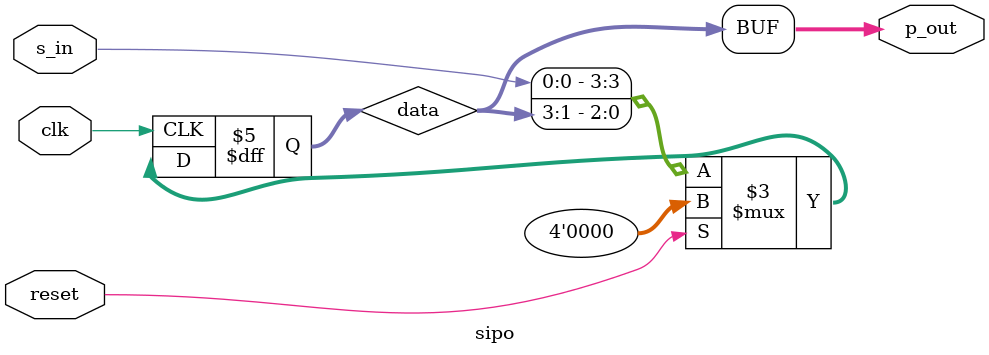
<source format=v>
module sipo (clk,reset,s_in,p_out);
input clk,reset;
input s_in; 
output [3:0]p_out;

reg [3:0]data;
always @ (posedge clk)
begin
if(reset)
	begin
	data<=4'd0 ;
	end
else
	begin
	data<= {s_in,data[3:1]}; // LSB input first
	end
end
assign p_out=data;
endmodule 
</source>
